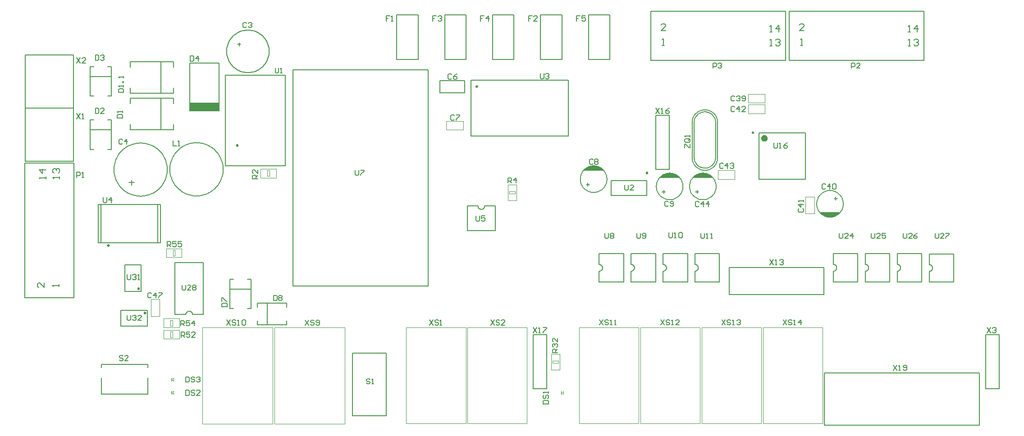
<source format=gbr>
%FSTAX42Y42*%
%MOMM*%
%SFA1B1*%

%IPPOS*%
%ADD32C,0.250000*%
%ADD34C,0.599999*%
%ADD41C,0.250000*%
%ADD66C,0.180000*%
%ADD67C,0.200000*%
%ADD68C,0.100000*%
%ADD69C,0.200000*%
%ADD70R,5.499989X1.499997*%
%ADD112C,0.127000*%
%LNpcb_monitoring_io-1*%
%LPD*%
G54D32*
X001789Y001299D02*
D01*
X001789Y0013*
X001789Y001301*
X001789Y001302*
X001789Y001303*
X001789Y001304*
X001788Y001304*
X001788Y001305*
X001788Y001306*
X001787Y001307*
X001787Y001307*
X001786Y001308*
X001786Y001308*
X001785Y001309*
X001784Y001309*
X001783Y00131*
X001783Y00131*
X001782Y001311*
X001781Y001311*
X00178Y001311*
X00178Y001311*
X001779Y001311*
X001778Y001311*
X001777*
X001776Y001311*
X001775Y001311*
X001775Y001311*
X001774Y001311*
X001773Y001311*
X001772Y00131*
X001771Y00131*
X001771Y001309*
X00177Y001309*
X001769Y001308*
X001769Y001308*
X001768Y001307*
X001768Y001307*
X001767Y001306*
X001767Y001305*
X001767Y001304*
X001766Y001304*
X001766Y001303*
X001766Y001302*
X001766Y001301*
X001766Y0013*
X001765Y001299*
X001766Y001299*
X001766Y001298*
X001766Y001297*
X001766Y001296*
X001766Y001295*
X001767Y001295*
X001767Y001294*
X001767Y001293*
X001768Y001292*
X001768Y001292*
X001769Y001291*
X001769Y001291*
X00177Y00129*
X001771Y00129*
X001771Y001289*
X001772Y001289*
X001773Y001288*
X001774Y001288*
X001775Y001288*
X001775Y001288*
X001776Y001288*
X001777Y001288*
X001778*
X001779Y001288*
X00178Y001288*
X00178Y001288*
X001781Y001288*
X001782Y001288*
X001783Y001289*
X001783Y001289*
X001784Y00129*
X001785Y00129*
X001786Y001291*
X001786Y001291*
X001787Y001292*
X001787Y001292*
X001788Y001293*
X001788Y001294*
X001788Y001295*
X001789Y001295*
X001789Y001296*
X001789Y001297*
X001789Y001298*
X001789Y001299*
X001789Y001299*
X001669Y001757D02*
D01*
X001669Y001758*
X001669Y001759*
X001669Y00176*
X001669Y001761*
X001669Y001762*
X001668Y001762*
X001668Y001763*
X001668Y001764*
X001667Y001765*
X001667Y001765*
X001666Y001766*
X001666Y001766*
X001665Y001767*
X001664Y001767*
X001663Y001768*
X001663Y001768*
X001662Y001769*
X001661Y001769*
X00166Y001769*
X00166Y001769*
X001659Y001769*
X001658Y001769*
X001657*
X001656Y001769*
X001655Y001769*
X001655Y001769*
X001654Y001769*
X001653Y001769*
X001652Y001768*
X001651Y001768*
X001651Y001767*
X00165Y001767*
X001649Y001766*
X001649Y001766*
X001648Y001765*
X001648Y001765*
X001647Y001764*
X001647Y001763*
X001647Y001762*
X001646Y001762*
X001646Y001761*
X001646Y00176*
X001646Y001759*
X001646Y001758*
X001645Y001757*
X001646Y001757*
X001646Y001756*
X001646Y001755*
X001646Y001754*
X001646Y001753*
X001647Y001753*
X001647Y001752*
X001647Y001751*
X001648Y00175*
X001648Y00175*
X001649Y001749*
X001649Y001749*
X00165Y001748*
X001651Y001748*
X001651Y001747*
X001652Y001747*
X001653Y001746*
X001654Y001746*
X001655Y001746*
X001655Y001746*
X001656Y001746*
X001657Y001746*
X001658*
X001659Y001746*
X00166Y001746*
X00166Y001746*
X001661Y001746*
X001662Y001746*
X001663Y001747*
X001663Y001747*
X001664Y001748*
X001665Y001748*
X001666Y001749*
X001666Y001749*
X001667Y00175*
X001667Y00175*
X001668Y001751*
X001668Y001752*
X001668Y001753*
X001669Y001753*
X001669Y001754*
X001669Y001755*
X001669Y001756*
X001669Y001757*
X001669Y001757*
X013209Y004691D02*
D01*
X013209Y004692*
X013209Y004693*
X013209Y004694*
X013209Y004695*
X013209Y004696*
X013208Y004696*
X013208Y004697*
X013208Y004698*
X013207Y004699*
X013207Y004699*
X013206Y0047*
X013206Y0047*
X013205Y004701*
X013204Y004701*
X013203Y004702*
X013203Y004702*
X013202Y004703*
X013201Y004703*
X0132Y004703*
X0132Y004703*
X013199Y004703*
X013198Y004703*
X013197*
X013196Y004703*
X013195Y004703*
X013195Y004703*
X013194Y004703*
X013193Y004703*
X013192Y004702*
X013191Y004702*
X013191Y004701*
X01319Y004701*
X013189Y0047*
X013189Y0047*
X013188Y004699*
X013188Y004699*
X013187Y004698*
X013187Y004697*
X013187Y004696*
X013186Y004696*
X013186Y004695*
X013186Y004694*
X013186Y004693*
X013186Y004692*
X013185Y004691*
X013186Y004691*
X013186Y00469*
X013186Y004689*
X013186Y004688*
X013186Y004687*
X013187Y004687*
X013187Y004686*
X013187Y004685*
X013188Y004684*
X013188Y004684*
X013189Y004683*
X013189Y004683*
X01319Y004682*
X013191Y004682*
X013191Y004681*
X013192Y004681*
X013193Y00468*
X013194Y00468*
X013195Y00468*
X013195Y00468*
X013196Y00468*
X013197Y00468*
X013198*
X013199Y00468*
X0132Y00468*
X0132Y00468*
X013201Y00468*
X013202Y00468*
X013203Y004681*
X013203Y004681*
X013204Y004682*
X013205Y004682*
X013206Y004683*
X013206Y004683*
X013207Y004684*
X013207Y004684*
X013208Y004685*
X013208Y004686*
X013208Y004687*
X013209Y004687*
X013209Y004688*
X013209Y004689*
X013209Y00469*
X013209Y004691*
X013209Y004691*
X003524Y004449D02*
D01*
X003524Y00445*
X003524Y004451*
X003524Y004452*
X003524Y004453*
X003524Y004454*
X003523Y004454*
X003523Y004455*
X003523Y004456*
X003522Y004457*
X003522Y004457*
X003521Y004458*
X003521Y004458*
X00352Y004459*
X003519Y004459*
X003518Y00446*
X003518Y00446*
X003517Y004461*
X003516Y004461*
X003515Y004461*
X003515Y004461*
X003514Y004461*
X003513Y004461*
X003512*
X003511Y004461*
X00351Y004461*
X00351Y004461*
X003509Y004461*
X003508Y004461*
X003507Y00446*
X003506Y00446*
X003506Y004459*
X003505Y004459*
X003504Y004458*
X003504Y004458*
X003503Y004457*
X003503Y004457*
X003502Y004456*
X003502Y004455*
X003502Y004454*
X003501Y004454*
X003501Y004453*
X003501Y004452*
X003501Y004451*
X003501Y00445*
X0035Y004449*
X003501Y004449*
X003501Y004448*
X003501Y004447*
X003501Y004446*
X003501Y004445*
X003502Y004445*
X003502Y004444*
X003502Y004443*
X003503Y004442*
X003503Y004442*
X003504Y004441*
X003504Y004441*
X003505Y00444*
X003506Y00444*
X003506Y004439*
X003507Y004439*
X003508Y004438*
X003509Y004438*
X00351Y004438*
X00351Y004438*
X003511Y004438*
X003512Y004438*
X003513*
X003514Y004438*
X003515Y004438*
X003515Y004438*
X003516Y004438*
X003517Y004438*
X003518Y004439*
X003518Y004439*
X003519Y00444*
X00352Y00444*
X003521Y004441*
X003521Y004441*
X003522Y004442*
X003522Y004442*
X003523Y004443*
X003523Y004444*
X003523Y004445*
X003524Y004445*
X003524Y004446*
X003524Y004447*
X003524Y004448*
X003524Y004449*
X003524Y004449*
X011219Y003937D02*
D01*
X011219Y003938*
X011219Y003939*
X011219Y00394*
X011219Y003941*
X011219Y003942*
X011218Y003942*
X011218Y003943*
X011218Y003944*
X011217Y003945*
X011217Y003945*
X011216Y003946*
X011216Y003946*
X011215Y003947*
X011214Y003947*
X011213Y003948*
X011213Y003948*
X011212Y003949*
X011211Y003949*
X01121Y003949*
X01121Y003949*
X011209Y003949*
X011208Y003949*
X011207*
X011206Y003949*
X011205Y003949*
X011205Y003949*
X011204Y003949*
X011203Y003949*
X011202Y003948*
X011201Y003948*
X011201Y003947*
X0112Y003947*
X011199Y003946*
X011199Y003946*
X011198Y003945*
X011198Y003945*
X011197Y003944*
X011197Y003943*
X011197Y003942*
X011196Y003942*
X011196Y003941*
X011196Y00394*
X011196Y003939*
X011196Y003938*
X011195Y003937*
X011196Y003937*
X011196Y003936*
X011196Y003935*
X011196Y003934*
X011196Y003933*
X011197Y003933*
X011197Y003932*
X011197Y003931*
X011198Y00393*
X011198Y00393*
X011199Y003929*
X011199Y003929*
X0112Y003928*
X011201Y003928*
X011201Y003927*
X011202Y003927*
X011203Y003926*
X011204Y003926*
X011205Y003926*
X011205Y003926*
X011206Y003926*
X011207Y003926*
X011208*
X011209Y003926*
X01121Y003926*
X01121Y003926*
X011211Y003926*
X011212Y003926*
X011213Y003927*
X011213Y003927*
X011214Y003928*
X011215Y003928*
X011216Y003929*
X011216Y003929*
X011217Y00393*
X011217Y00393*
X011218Y003931*
X011218Y003932*
X011218Y003933*
X011219Y003933*
X011219Y003934*
X011219Y003935*
X011219Y003936*
X011219Y003937*
X011219Y003937*
X00802Y005557D02*
D01*
X00802Y005558*
X00802Y005559*
X00802Y00556*
X00802Y005561*
X00802Y005562*
X008019Y005562*
X008019Y005563*
X008019Y005564*
X008018Y005565*
X008018Y005565*
X008017Y005566*
X008017Y005566*
X008016Y005567*
X008015Y005567*
X008014Y005568*
X008014Y005568*
X008013Y005569*
X008012Y005569*
X008011Y005569*
X008011Y005569*
X00801Y005569*
X008009Y005569*
X008008*
X008007Y005569*
X008006Y005569*
X008006Y005569*
X008005Y005569*
X008004Y005569*
X008003Y005568*
X008002Y005568*
X008002Y005567*
X008001Y005567*
X008Y005566*
X008Y005566*
X007999Y005565*
X007999Y005565*
X007998Y005564*
X007998Y005563*
X007998Y005562*
X007997Y005562*
X007997Y005561*
X007997Y00556*
X007997Y005559*
X007997Y005558*
X007996Y005557*
X007997Y005557*
X007997Y005556*
X007997Y005555*
X007997Y005554*
X007997Y005553*
X007998Y005553*
X007998Y005552*
X007998Y005551*
X007999Y00555*
X007999Y00555*
X008Y005549*
X008Y005549*
X008001Y005548*
X008002Y005548*
X008002Y005547*
X008003Y005547*
X008004Y005546*
X008005Y005546*
X008006Y005546*
X008006Y005546*
X008007Y005546*
X008008Y005546*
X008009*
X00801Y005546*
X008011Y005546*
X008011Y005546*
X008012Y005546*
X008013Y005546*
X008014Y005547*
X008014Y005547*
X008015Y005548*
X008016Y005548*
X008017Y005549*
X008017Y005549*
X008018Y00555*
X008018Y00555*
X008019Y005551*
X008019Y005552*
X008019Y005553*
X00802Y005553*
X00802Y005554*
X00802Y005555*
X00802Y005556*
X00802Y005557*
X00802Y005557*
G54D34*
X013444Y004584D02*
D01*
X013444Y004587*
X013444Y004589*
X013444Y004591*
X013443Y004593*
X013443Y004595*
X013442Y004597*
X013441Y004599*
X01344Y0046*
X013439Y004602*
X013437Y004604*
X013436Y004605*
X013435Y004607*
X013433Y004608*
X013431Y004609*
X013429Y00461*
X013428Y004611*
X013426Y004612*
X013424Y004613*
X013422Y004614*
X01342Y004614*
X013418Y004614*
X013416Y004614*
X013413*
X013411Y004614*
X013409Y004614*
X013407Y004614*
X013405Y004613*
X013403Y004612*
X013401Y004611*
X013399Y00461*
X013398Y004609*
X013396Y004608*
X013394Y004607*
X013393Y004605*
X013392Y004604*
X01339Y004602*
X013389Y0046*
X013388Y004599*
X013387Y004597*
X013386Y004595*
X013386Y004593*
X013385Y004591*
X013385Y004589*
X013385Y004587*
X013384Y004584*
X013385Y004582*
X013385Y00458*
X013385Y004578*
X013386Y004576*
X013386Y004574*
X013387Y004572*
X013388Y00457*
X013389Y004569*
X01339Y004567*
X013392Y004565*
X013393Y004564*
X013394Y004562*
X013396Y004561*
X013398Y00456*
X013399Y004559*
X013401Y004558*
X013403Y004557*
X013405Y004556*
X013407Y004555*
X013409Y004555*
X013411Y004555*
X013413Y004555*
X013416*
X013418Y004555*
X01342Y004555*
X013422Y004555*
X013424Y004556*
X013426Y004557*
X013428Y004558*
X013429Y004559*
X013431Y00456*
X013433Y004561*
X013435Y004562*
X013436Y004564*
X013437Y004565*
X013439Y004567*
X01344Y004569*
X013441Y00457*
X013442Y004572*
X013443Y004574*
X013443Y004576*
X013444Y004578*
X013444Y00458*
X013444Y004582*
X013444Y004584*
G54D41*
X001102Y002569D02*
D01*
X001102Y00257*
X001102Y002571*
X001102Y002572*
X001102Y002573*
X001102Y002574*
X001101Y002575*
X001101Y002576*
X001101Y002576*
X0011Y002577*
X001099Y002578*
X001099Y002579*
X001098Y002579*
X001098Y00258*
X001097Y00258*
X001096Y002581*
X001095Y002581*
X001094Y002582*
X001094Y002582*
X001093Y002582*
X001092Y002582*
X001091Y002582*
X00109Y002582*
X001089*
X001088Y002582*
X001087Y002582*
X001086Y002582*
X001085Y002582*
X001085Y002582*
X001084Y002581*
X001083Y002581*
X001082Y00258*
X001081Y00258*
X001081Y002579*
X00108Y002579*
X00108Y002578*
X001079Y002577*
X001078Y002576*
X001078Y002576*
X001078Y002575*
X001077Y002574*
X001077Y002573*
X001077Y002572*
X001077Y002571*
X001077Y00257*
X001076Y002569*
X001077Y002569*
X001077Y002568*
X001077Y002567*
X001077Y002566*
X001077Y002565*
X001078Y002564*
X001078Y002563*
X001078Y002563*
X001079Y002562*
X00108Y002561*
X00108Y00256*
X001081Y00256*
X001081Y002559*
X001082Y002559*
X001083Y002558*
X001084Y002558*
X001085Y002557*
X001085Y002557*
X001086Y002557*
X001087Y002557*
X001088Y002557*
X001089Y002557*
X00109*
X001091Y002557*
X001092Y002557*
X001093Y002557*
X001094Y002557*
X001094Y002557*
X001095Y002558*
X001096Y002558*
X001097Y002559*
X001098Y002559*
X001098Y00256*
X001099Y00256*
X001099Y002561*
X0011Y002562*
X001101Y002563*
X001101Y002563*
X001101Y002564*
X001102Y002565*
X001102Y002566*
X001102Y002567*
X001102Y002568*
X001102Y002569*
X001102Y002569*
G54D66*
X012502Y004875D02*
D01*
X012502Y00489*
X012501Y004904*
X012498Y004918*
X012495Y004931*
X012491Y004945*
X012485Y004958*
X012479Y004971*
X012472Y004983*
X012464Y004995*
X012456Y005006*
X012446Y005017*
X012436Y005027*
X012425Y005036*
X012414Y005044*
X012402Y005052*
X012389Y005059*
X012376Y005064*
X012363Y005069*
X01235Y005073*
X012336Y005076*
X012322Y005078*
X012308Y005079*
X012293Y005079*
X012279Y005078*
X012265Y005077*
X012251Y005074*
X012238Y00507*
X012224Y005065*
X012211Y005059*
X012199Y005053*
X012187Y005045*
X012175Y005037*
X012164Y005028*
X012154Y005018*
X012145Y005008*
X012136Y004997*
X012128Y004985*
X012121Y004973*
X012114Y00496*
X012109Y004947*
X012105Y004933*
X012101Y00492*
X012099Y004906*
X012097Y004892*
X012096Y004877*
Y004225D02*
D01*
X012097Y004211*
X012098Y004197*
X012101Y004183*
X012104Y00417*
X012108Y004156*
X012114Y004143*
X01212Y00413*
X012127Y004118*
X012135Y004106*
X012143Y004095*
X012153Y004084*
X012163Y004074*
X012174Y004065*
X012185Y004057*
X012197Y004049*
X01221Y004042*
X012223Y004037*
X012236Y004032*
X012249Y004028*
X012263Y004025*
X012277Y004023*
X012291Y004022*
X012306Y004022*
X01232Y004023*
X012334Y004024*
X012348Y004027*
X012361Y004031*
X012375Y004036*
X012388Y004042*
X0124Y004048*
X012412Y004056*
X012424Y004064*
X012435Y004073*
X012445Y004083*
X012454Y004093*
X012463Y004104*
X012471Y004116*
X012478Y004128*
X012485Y004141*
X01249Y004154*
X012494Y004168*
X012498Y004181*
X0125Y004195*
X012502Y004209*
X012502Y004223*
Y004224*
X012538Y004879D02*
D01*
X012538Y004896*
X012536Y004913*
X012533Y004929*
X012529Y004945*
X012524Y004961*
X012518Y004977*
X012511Y004992*
X012502Y005006*
X012493Y00502*
X012483Y005033*
X012471Y005046*
X012459Y005057*
X012447Y005068*
X012433Y005078*
X012419Y005086*
X012404Y005094*
X012389Y005101*
X012373Y005107*
X012357Y005111*
X012341Y005115*
X012324Y005117*
X012308Y005118*
X012291*
X012275Y005117*
X012258Y005115*
X012242Y005111*
X012226Y005107*
X01221Y005101*
X012195Y005094*
X01218Y005086*
X012166Y005078*
X012152Y005068*
X01214Y005057*
X012128Y005046*
X012116Y005033*
X012106Y00502*
X012097Y005006*
X012088Y004992*
X012081Y004977*
X012075Y004961*
X01207Y004945*
X012066Y004929*
X012063Y004913*
X012061Y004896*
X01206Y004879*
Y004219D02*
D01*
X012061Y004203*
X012063Y004186*
X012066Y00417*
X01207Y004154*
X012075Y004138*
X012081Y004122*
X012088Y004107*
X012097Y004093*
X012106Y004079*
X012116Y004066*
X012128Y004053*
X01214Y004042*
X012152Y004031*
X012166Y004021*
X01218Y004013*
X012195Y004005*
X01221Y003998*
X012226Y003992*
X012242Y003988*
X012258Y003984*
X012275Y003982*
X012291Y003981*
X012308*
X012324Y003982*
X012341Y003984*
X012357Y003988*
X012373Y003992*
X012389Y003998*
X012404Y004005*
X012419Y004013*
X012433Y004021*
X012447Y004031*
X012459Y004042*
X012471Y004053*
X012483Y004066*
X012493Y004079*
X012502Y004093*
X012511Y004107*
X012518Y004122*
X012524Y004138*
X012529Y004154*
X012533Y00417*
X012536Y004186*
X012538Y004203*
X012538Y004219*
X012502Y004224D02*
Y004875D01*
X012096Y004225D02*
Y004877D01*
X012538Y004219D02*
Y004878D01*
X01206Y004219D02*
Y004878D01*
G54D67*
X002673Y00127D02*
D01*
X002673Y001274*
X002673Y001278*
X002672Y001283*
X002671Y001287*
X00267Y001291*
X002668Y001295*
X002666Y001299*
X002664Y001303*
X002661Y001307*
X002659Y00131*
X002656Y001313*
X002653Y001316*
X002649Y001319*
X002646Y001322*
X002642Y001324*
X002638Y001326*
X002634Y001328*
X00263Y001329*
X002626Y001331*
X002621Y001332*
X002617Y001332*
X002613Y001332*
X002608*
X002604Y001332*
X0026Y001332*
X002595Y001331*
X002591Y001329*
X002587Y001328*
X002583Y001326*
X002579Y001324*
X002575Y001322*
X002572Y001319*
X002568Y001316*
X002565Y001313*
X002562Y00131*
X00256Y001307*
X002557Y001303*
X002555Y001299*
X002553Y001295*
X002551Y001291*
X00255Y001287*
X002549Y001283*
X002548Y001278*
X002548Y001274*
X002546Y00127*
X016514Y002081D02*
D01*
X016519Y002082*
X016523Y002082*
X016528Y002083*
X016532Y002084*
X016536Y002085*
X01654Y002087*
X016544Y002089*
X016548Y002091*
X016552Y002094*
X016555Y002096*
X016558Y002099*
X016561Y002102*
X016564Y002106*
X016567Y002109*
X016569Y002113*
X016571Y002117*
X016573Y002121*
X016574Y002125*
X016576Y002129*
X016577Y002134*
X016577Y002138*
X016577Y002142*
Y002147*
X016577Y002151*
X016577Y002155*
X016576Y00216*
X016574Y002164*
X016573Y002168*
X016571Y002172*
X016569Y002176*
X016567Y00218*
X016564Y002183*
X016561Y002187*
X016558Y00219*
X016555Y002193*
X016552Y002195*
X016548Y002198*
X016544Y0022*
X01654Y002202*
X016536Y002204*
X016532Y002205*
X016528Y002206*
X016523Y002207*
X016519Y002207*
X016514Y002208*
X015913Y002085D02*
D01*
X015918Y002086*
X015922Y002086*
X015927Y002087*
X015931Y002088*
X015935Y002089*
X015939Y002091*
X015943Y002093*
X015947Y002095*
X015951Y002098*
X015954Y0021*
X015957Y002103*
X01596Y002106*
X015963Y00211*
X015966Y002113*
X015968Y002117*
X01597Y002121*
X015972Y002125*
X015973Y002129*
X015975Y002133*
X015976Y002138*
X015976Y002142*
X015976Y002146*
Y002151*
X015976Y002155*
X015976Y002159*
X015975Y002164*
X015973Y002168*
X015972Y002172*
X01597Y002176*
X015968Y00218*
X015966Y002184*
X015963Y002187*
X01596Y002191*
X015957Y002194*
X015954Y002197*
X015951Y002199*
X015947Y002202*
X015943Y002204*
X015939Y002206*
X015935Y002208*
X015931Y002209*
X015927Y00221*
X015922Y002211*
X015918Y002211*
X015913Y002212*
X015313Y002085D02*
D01*
X015318Y002086*
X015322Y002086*
X015327Y002087*
X015331Y002088*
X015335Y002089*
X015339Y002091*
X015343Y002093*
X015347Y002095*
X015351Y002098*
X015354Y0021*
X015357Y002103*
X01536Y002106*
X015363Y00211*
X015366Y002113*
X015368Y002117*
X01537Y002121*
X015372Y002125*
X015373Y002129*
X015375Y002133*
X015376Y002138*
X015376Y002142*
X015376Y002146*
Y002151*
X015376Y002155*
X015376Y002159*
X015375Y002164*
X015373Y002168*
X015372Y002172*
X01537Y002176*
X015368Y00218*
X015366Y002184*
X015363Y002187*
X01536Y002191*
X015357Y002194*
X015354Y002197*
X015351Y002199*
X015347Y002202*
X015343Y002204*
X015339Y002206*
X015335Y002208*
X015331Y002209*
X015327Y00221*
X015322Y002211*
X015318Y002211*
X015313Y002212*
X014713Y002085D02*
D01*
X014718Y002086*
X014722Y002086*
X014727Y002087*
X014731Y002088*
X014735Y002089*
X014739Y002091*
X014743Y002093*
X014747Y002095*
X014751Y002098*
X014754Y0021*
X014757Y002103*
X01476Y002106*
X014763Y00211*
X014766Y002113*
X014768Y002117*
X01477Y002121*
X014772Y002125*
X014773Y002129*
X014775Y002133*
X014776Y002138*
X014776Y002142*
X014776Y002146*
Y002151*
X014776Y002155*
X014776Y002159*
X014775Y002164*
X014773Y002168*
X014772Y002172*
X01477Y002176*
X014768Y00218*
X014766Y002184*
X014763Y002187*
X01476Y002191*
X014757Y002194*
X014754Y002197*
X014751Y002199*
X014747Y002202*
X014743Y002204*
X014739Y002206*
X014735Y002208*
X014731Y002209*
X014727Y00221*
X014722Y002211*
X014718Y002211*
X014713Y002212*
X012113Y002086D02*
D01*
X012118Y002087*
X012122Y002087*
X012127Y002088*
X012131Y002089*
X012135Y00209*
X012139Y002092*
X012143Y002094*
X012147Y002096*
X012151Y002099*
X012154Y002101*
X012157Y002104*
X01216Y002107*
X012163Y002111*
X012166Y002114*
X012168Y002118*
X01217Y002122*
X012172Y002126*
X012173Y00213*
X012175Y002134*
X012176Y002139*
X012176Y002143*
X012176Y002147*
Y002152*
X012176Y002156*
X012176Y00216*
X012175Y002165*
X012173Y002169*
X012172Y002173*
X01217Y002177*
X012168Y002181*
X012166Y002185*
X012163Y002188*
X01216Y002192*
X012157Y002195*
X012154Y002198*
X012151Y0022*
X012147Y002203*
X012143Y002205*
X012139Y002207*
X012135Y002209*
X012131Y00221*
X012127Y002211*
X012122Y002212*
X012118Y002212*
X012113Y002213*
X011513Y002085D02*
D01*
X011518Y002086*
X011522Y002086*
X011527Y002087*
X011531Y002088*
X011535Y002089*
X011539Y002091*
X011543Y002093*
X011547Y002095*
X011551Y002098*
X011554Y0021*
X011557Y002103*
X01156Y002106*
X011563Y00211*
X011566Y002113*
X011568Y002117*
X01157Y002121*
X011572Y002125*
X011573Y002129*
X011575Y002133*
X011576Y002138*
X011576Y002142*
X011576Y002146*
Y002151*
X011576Y002155*
X011576Y002159*
X011575Y002164*
X011573Y002168*
X011572Y002172*
X01157Y002176*
X011568Y00218*
X011566Y002184*
X011563Y002187*
X01156Y002191*
X011557Y002194*
X011554Y002197*
X011551Y002199*
X011547Y002202*
X011543Y002204*
X011539Y002206*
X011535Y002208*
X011531Y002209*
X011527Y00221*
X011522Y002211*
X011518Y002211*
X011513Y002213*
X010913Y002085D02*
D01*
X010918Y002086*
X010922Y002086*
X010927Y002087*
X010931Y002088*
X010935Y002089*
X010939Y002091*
X010943Y002093*
X010947Y002095*
X010951Y002098*
X010954Y0021*
X010957Y002103*
X01096Y002106*
X010963Y00211*
X010966Y002113*
X010968Y002117*
X01097Y002121*
X010972Y002125*
X010973Y002129*
X010975Y002133*
X010976Y002138*
X010976Y002142*
X010976Y002146*
Y002151*
X010976Y002155*
X010976Y002159*
X010975Y002164*
X010973Y002168*
X010972Y002172*
X01097Y002176*
X010968Y00218*
X010966Y002184*
X010963Y002187*
X01096Y002191*
X010957Y002194*
X010954Y002197*
X010951Y002199*
X010947Y002202*
X010943Y002204*
X010939Y002206*
X010935Y002208*
X010931Y002209*
X010927Y00221*
X010922Y002211*
X010918Y002211*
X010913Y002213*
X010313Y002085D02*
D01*
X010318Y002086*
X010322Y002086*
X010327Y002087*
X010331Y002088*
X010335Y002089*
X010339Y002091*
X010343Y002093*
X010347Y002095*
X010351Y002098*
X010354Y0021*
X010357Y002103*
X01036Y002106*
X010363Y00211*
X010366Y002113*
X010368Y002117*
X01037Y002121*
X010372Y002125*
X010373Y002129*
X010375Y002133*
X010376Y002138*
X010376Y002142*
X010376Y002146*
Y002151*
X010376Y002155*
X010376Y002159*
X010375Y002164*
X010373Y002168*
X010372Y002172*
X01037Y002176*
X010368Y00218*
X010366Y002184*
X010363Y002187*
X01036Y002191*
X010357Y002194*
X010354Y002197*
X010351Y002199*
X010347Y002202*
X010343Y002204*
X010339Y002206*
X010335Y002208*
X010331Y002209*
X010327Y00221*
X010322Y002211*
X010318Y002211*
X010313Y002213*
X008036Y00331D02*
D01*
X008037Y003306*
X008037Y003302*
X008038Y003297*
X008039Y003293*
X00804Y003289*
X008042Y003285*
X008044Y003281*
X008046Y003277*
X008049Y003273*
X008051Y00327*
X008054Y003267*
X008057Y003264*
X008061Y003261*
X008064Y003258*
X008068Y003256*
X008072Y003254*
X008076Y003252*
X00808Y003251*
X008084Y003249*
X008089Y003248*
X008093Y003248*
X008097Y003248*
X008102*
X008106Y003248*
X00811Y003248*
X008115Y003249*
X008119Y003251*
X008123Y003252*
X008127Y003254*
X008131Y003256*
X008135Y003258*
X008138Y003261*
X008142Y003264*
X008145Y003267*
X008148Y00327*
X00815Y003273*
X008153Y003277*
X008155Y003281*
X008157Y003285*
X008159Y003289*
X00816Y003293*
X008161Y003297*
X008162Y003302*
X008162Y003306*
X008163Y00331*
X003249Y003999D02*
D01*
X003248Y004034*
X003245Y004069*
X003239Y004103*
X00323Y004137*
X003219Y004171*
X003206Y004203*
X003191Y004234*
X003174Y004264*
X003154Y004293*
X003133Y004321*
X003109Y004347*
X003084Y004371*
X003057Y004394*
X003029Y004414*
X002999Y004433*
X002969Y004449*
X002937Y004463*
X002904Y004475*
X00287Y004485*
X002836Y004492*
X002802Y004497*
X002767Y004499*
X002732*
X002697Y004497*
X002663Y004492*
X002629Y004485*
X002595Y004475*
X002562Y004463*
X00253Y004449*
X002499Y004433*
X00247Y004414*
X002442Y004394*
X002415Y004371*
X00239Y004347*
X002366Y004321*
X002345Y004293*
X002325Y004264*
X002308Y004234*
X002293Y004203*
X00228Y004171*
X002269Y004137*
X00226Y004103*
X002254Y004069*
X002251Y004034*
X002249Y003999*
X002251Y003965*
X002254Y00393*
X00226Y003896*
X002269Y003862*
X00228Y003828*
X002293Y003796*
X002308Y003765*
X002325Y003735*
X002345Y003706*
X002366Y003678*
X00239Y003652*
X002415Y003628*
X002442Y003605*
X00247Y003585*
X002499Y003566*
X00253Y00355*
X002562Y003536*
X002595Y003524*
X002629Y003514*
X002663Y003507*
X002697Y003502*
X002732Y0035*
X002767*
X002802Y003502*
X002836Y003507*
X00287Y003514*
X002904Y003524*
X002937Y003536*
X002969Y00355*
X002999Y003566*
X003029Y003585*
X003057Y003605*
X003084Y003628*
X003109Y003652*
X003133Y003678*
X003154Y003706*
X003174Y003735*
X003191Y003765*
X003206Y003796*
X003219Y003828*
X00323Y003862*
X003239Y003896*
X003245Y00393*
X003248Y003965*
X003249Y003999*
X012511Y003677D02*
D01*
X012511Y003695*
X012509Y003712*
X012506Y003729*
X012502Y003746*
X012496Y003763*
X01249Y003779*
X012482Y003795*
X012474Y00381*
X012464Y003824*
X012453Y003838*
X012441Y003851*
X012429Y003863*
X012415Y003875*
X012401Y003885*
X012386Y003894*
X012371Y003902*
X012355Y003909*
X012339Y003915*
X012322Y00392*
X012305Y003924*
X012288Y003926*
X01227Y003927*
X012253*
X012235Y003926*
X012218Y003924*
X012201Y00392*
X012184Y003915*
X012168Y003909*
X012152Y003902*
X012136Y003894*
X012122Y003885*
X012108Y003875*
X012094Y003863*
X012082Y003851*
X01207Y003838*
X012059Y003824*
X012049Y00381*
X012041Y003795*
X012033Y003779*
X012027Y003763*
X012021Y003746*
X012017Y003729*
X012014Y003712*
X012012Y003695*
X012011Y003677*
X012012Y00366*
X012014Y003643*
X012017Y003626*
X012021Y003609*
X012027Y003592*
X012033Y003576*
X012041Y00356*
X012049Y003545*
X012059Y003531*
X01207Y003517*
X012082Y003504*
X012094Y003492*
X012108Y00348*
X012122Y00347*
X012136Y003461*
X012152Y003453*
X012168Y003446*
X012184Y00344*
X012201Y003435*
X012218Y003431*
X012235Y003429*
X012253Y003428*
X01227*
X012288Y003429*
X012305Y003431*
X012322Y003435*
X012339Y00344*
X012355Y003446*
X012371Y003453*
X012386Y003461*
X012401Y00347*
X012415Y00348*
X012429Y003492*
X012441Y003504*
X012453Y003517*
X012464Y003531*
X012474Y003545*
X012482Y00356*
X01249Y003576*
X012496Y003592*
X012502Y003609*
X012506Y003626*
X012509Y003643*
X012511Y00366*
X012511Y003677*
X001699Y004494D02*
D01*
X001665Y004493*
X00163Y00449*
X001596Y004484*
X001562Y004475*
X001528Y004464*
X001496Y004451*
X001465Y004436*
X001435Y004419*
X001406Y004399*
X001378Y004378*
X001352Y004354*
X001328Y004329*
X001305Y004302*
X001285Y004274*
X001266Y004244*
X00125Y004214*
X001236Y004182*
X001224Y004149*
X001214Y004115*
X001207Y004081*
X001202Y004047*
X0012Y004012*
Y003977*
X001202Y003942*
X001207Y003908*
X001214Y003874*
X001224Y00384*
X001236Y003807*
X00125Y003775*
X001266Y003744*
X001285Y003715*
X001305Y003687*
X001328Y00366*
X001352Y003635*
X001378Y003611*
X001406Y00359*
X001435Y00357*
X001465Y003553*
X001496Y003538*
X001528Y003525*
X001562Y003514*
X001596Y003505*
X00163Y003499*
X001665Y003496*
X001699Y003494*
X001734Y003496*
X001769Y003499*
X001803Y003505*
X001837Y003514*
X001871Y003525*
X001903Y003538*
X001934Y003553*
X001964Y00357*
X001993Y00359*
X002021Y003611*
X002047Y003635*
X002071Y00366*
X002094Y003687*
X002114Y003715*
X002133Y003744*
X002149Y003775*
X002163Y003807*
X002175Y00384*
X002185Y003874*
X002192Y003908*
X002197Y003942*
X002199Y003977*
Y004012*
X002197Y004047*
X002192Y004081*
X002185Y004115*
X002175Y004149*
X002163Y004182*
X002149Y004214*
X002133Y004244*
X002114Y004274*
X002094Y004302*
X002071Y004329*
X002047Y004354*
X002021Y004378*
X001993Y004399*
X001964Y004419*
X001934Y004436*
X001903Y004451*
X001871Y004464*
X001837Y004475*
X001803Y004484*
X001769Y00449*
X001734Y004493*
X001699Y004494*
X004114Y006216D02*
D01*
X004114Y006244*
X004111Y006272*
X004106Y0063*
X004099Y006327*
X00409Y006353*
X00408Y006379*
X004068Y006404*
X004054Y006428*
X004038Y006452*
X004021Y006474*
X004002Y006494*
X003982Y006514*
X003961Y006532*
X003938Y006548*
X003914Y006563*
X00389Y006576*
X003864Y006587*
X003838Y006597*
X003811Y006605*
X003784Y00661*
X003756Y006614*
X003728Y006616*
X003701*
X003673Y006614*
X003645Y00661*
X003618Y006605*
X003591Y006597*
X003565Y006587*
X003539Y006576*
X003514Y006563*
X003491Y006548*
X003468Y006532*
X003447Y006514*
X003427Y006494*
X003408Y006474*
X003391Y006452*
X003375Y006428*
X003361Y006404*
X003349Y006379*
X003339Y006353*
X00333Y006327*
X003323Y0063*
X003318Y006272*
X003315Y006244*
X003314Y006216*
X003315Y006189*
X003318Y006161*
X003323Y006133*
X00333Y006106*
X003339Y00608*
X003349Y006054*
X003361Y006029*
X003375Y006005*
X003391Y005981*
X003408Y005959*
X003427Y005939*
X003447Y005919*
X003468Y005901*
X003491Y005885*
X003514Y00587*
X003539Y005857*
X003565Y005846*
X003591Y005836*
X003618Y005828*
X003645Y005823*
X003673Y005819*
X003701Y005817*
X003728*
X003756Y005819*
X003784Y005823*
X003811Y005828*
X003838Y005836*
X003864Y005846*
X00389Y005857*
X003914Y00587*
X003938Y005885*
X003961Y005901*
X003982Y005919*
X004002Y005939*
X004021Y005959*
X004038Y005981*
X004054Y006005*
X004068Y006029*
X00408Y006054*
X00409Y00608*
X004099Y006106*
X004106Y006133*
X004111Y006161*
X004114Y006189*
X004114Y006216*
X011887Y003677D02*
D01*
X011887Y003695*
X011885Y003712*
X011882Y003729*
X011878Y003746*
X011872Y003763*
X011866Y003779*
X011858Y003795*
X01185Y00381*
X01184Y003824*
X011829Y003838*
X011817Y003851*
X011805Y003863*
X011791Y003875*
X011777Y003885*
X011762Y003894*
X011747Y003902*
X011731Y003909*
X011715Y003915*
X011698Y00392*
X011681Y003924*
X011664Y003926*
X011646Y003927*
X011629*
X011611Y003926*
X011594Y003924*
X011577Y00392*
X01156Y003915*
X011544Y003909*
X011528Y003902*
X011512Y003894*
X011498Y003885*
X011484Y003875*
X01147Y003863*
X011458Y003851*
X011446Y003838*
X011435Y003824*
X011425Y00381*
X011417Y003795*
X011409Y003779*
X011403Y003763*
X011397Y003746*
X011393Y003729*
X01139Y003712*
X011388Y003695*
X011387Y003677*
X011388Y00366*
X01139Y003643*
X011393Y003626*
X011397Y003609*
X011403Y003592*
X011409Y003576*
X011417Y00356*
X011425Y003545*
X011435Y003531*
X011446Y003517*
X011458Y003504*
X01147Y003492*
X011484Y00348*
X011498Y00347*
X011512Y003461*
X011528Y003453*
X011544Y003446*
X01156Y00344*
X011577Y003435*
X011594Y003431*
X011611Y003429*
X011629Y003428*
X011646*
X011664Y003429*
X011681Y003431*
X011698Y003435*
X011715Y00344*
X011731Y003446*
X011747Y003453*
X011762Y003461*
X011777Y00347*
X011791Y00348*
X011805Y003492*
X011817Y003504*
X011829Y003517*
X01184Y003531*
X01185Y003545*
X011858Y00356*
X011866Y003576*
X011872Y003592*
X011878Y003609*
X011882Y003626*
X011885Y003643*
X011887Y00366*
X011887Y003677*
X010459Y003814D02*
D01*
X010459Y003832*
X010457Y003849*
X010454Y003866*
X01045Y003883*
X010444Y0039*
X010438Y003916*
X01043Y003932*
X010422Y003947*
X010412Y003961*
X010401Y003975*
X010389Y003988*
X010377Y004*
X010363Y004012*
X010349Y004022*
X010334Y004031*
X010319Y004039*
X010303Y004046*
X010287Y004052*
X01027Y004057*
X010253Y004061*
X010236Y004063*
X010218Y004064*
X010201*
X010183Y004063*
X010166Y004061*
X010149Y004057*
X010132Y004052*
X010116Y004046*
X0101Y004039*
X010084Y004031*
X01007Y004022*
X010056Y004012*
X010042Y004*
X01003Y003988*
X010018Y003975*
X010007Y003961*
X009997Y003947*
X009989Y003932*
X009981Y003916*
X009975Y0039*
X009969Y003883*
X009965Y003866*
X009962Y003849*
X00996Y003832*
X009959Y003814*
X00996Y003797*
X009962Y00378*
X009965Y003763*
X009969Y003746*
X009975Y003729*
X009981Y003713*
X009989Y003697*
X009997Y003682*
X010007Y003668*
X010018Y003654*
X01003Y003641*
X010042Y003629*
X010056Y003617*
X01007Y003607*
X010084Y003598*
X0101Y00359*
X010116Y003583*
X010132Y003577*
X010149Y003572*
X010166Y003568*
X010183Y003566*
X010201Y003565*
X010218*
X010236Y003566*
X010253Y003568*
X01027Y003572*
X010287Y003577*
X010303Y003583*
X010319Y00359*
X010334Y003598*
X010349Y003607*
X010363Y003617*
X010377Y003629*
X010389Y003641*
X010401Y003654*
X010412Y003668*
X010422Y003682*
X01043Y003697*
X010438Y003713*
X010444Y003729*
X01045Y003746*
X010454Y003763*
X010457Y00378*
X010459Y003797*
X010459Y003814*
X014899Y003349D02*
D01*
X014899Y003367*
X014897Y003384*
X014894Y003401*
X01489Y003418*
X014884Y003435*
X014878Y003451*
X01487Y003467*
X014862Y003482*
X014852Y003496*
X014841Y00351*
X014829Y003523*
X014817Y003535*
X014803Y003547*
X014789Y003557*
X014774Y003566*
X014759Y003574*
X014743Y003581*
X014727Y003587*
X01471Y003592*
X014693Y003596*
X014676Y003598*
X014658Y003599*
X014641*
X014623Y003598*
X014606Y003596*
X014589Y003592*
X014572Y003587*
X014556Y003581*
X01454Y003574*
X014524Y003566*
X01451Y003557*
X014496Y003547*
X014482Y003535*
X01447Y003523*
X014458Y00351*
X014447Y003496*
X014437Y003482*
X014429Y003467*
X014421Y003451*
X014415Y003435*
X014409Y003418*
X014405Y003401*
X014402Y003384*
X0144Y003367*
X014399Y003349*
X0144Y003332*
X014402Y003315*
X014405Y003298*
X014409Y003281*
X014415Y003264*
X014421Y003248*
X014429Y003232*
X014437Y003217*
X014447Y003203*
X014458Y003189*
X01447Y003176*
X014482Y003164*
X014496Y003152*
X01451Y003142*
X014524Y003133*
X01454Y003125*
X014556Y003118*
X014572Y003112*
X014589Y003107*
X014606Y003103*
X014623Y003101*
X014641Y0031*
X014658*
X014676Y003101*
X014693Y003103*
X01471Y003107*
X014727Y003112*
X014743Y003118*
X014759Y003125*
X014774Y003133*
X014789Y003142*
X014803Y003152*
X014817Y003164*
X014829Y003176*
X014841Y003189*
X014852Y003203*
X014862Y003217*
X01487Y003232*
X014878Y003248*
X014884Y003264*
X01489Y003281*
X014894Y003298*
X014897Y003315*
X014899Y003332*
X014899Y003349*
X002619Y005099D02*
Y005999D01*
X003169Y005099D02*
Y005999D01*
X002619D02*
X003169D01*
X002619Y005099D02*
X003169D01*
X010112Y006067D02*
Y006902D01*
Y006067D02*
X010512D01*
Y006902*
X010112D02*
X010512D01*
X001327Y001049D02*
Y001349D01*
X001827Y001049D02*
Y001349D01*
X001327Y001049D02*
X001827D01*
X001327Y001349D02*
X001827D01*
X001407Y002207D02*
X001707D01*
X001407Y001707D02*
X001707D01*
X001407D02*
Y002207D01*
X001707Y001707D02*
Y002207D01*
X002344Y00127D02*
Y002249D01*
X002874Y00127D02*
Y002249D01*
X002344D02*
X002874D01*
X002344Y00127D02*
X002546D01*
X002673D02*
X002874D01*
X016514Y002409D02*
X016975D01*
X016514Y001879D02*
X016975D01*
Y002409D02*
Y001879D01*
X016514Y002208D02*
Y002409D01*
Y002081D02*
Y001879D01*
X015913Y002414D02*
X016374D01*
X015913Y001884D02*
X016374D01*
Y002414D02*
Y001884D01*
X015913Y002212D02*
Y002414D01*
Y001884D02*
Y002085D01*
X015313Y002414D02*
X015774D01*
X015313Y001884D02*
X015774D01*
Y002414*
X015313Y002212D02*
Y002414D01*
Y001884D02*
Y002085D01*
X014713Y002414D02*
X015174D01*
X014713Y001884D02*
X015174D01*
Y002414D02*
Y001884D01*
X014713Y002212D02*
Y002414D01*
Y001884D02*
Y002085D01*
X013314Y003814D02*
X014184D01*
X013314Y004684D02*
X014184D01*
Y003814D02*
Y004684D01*
X013314Y003814D02*
Y004684D01*
X012113Y002414D02*
X012574D01*
X012113Y001884D02*
X012574D01*
Y002414*
X012113Y002213D02*
Y002414D01*
Y002085D02*
Y001884D01*
X011513Y002414D02*
X011974D01*
X011513Y001884D02*
X011974D01*
Y002414D02*
Y001884D01*
X011513Y002213D02*
Y002414D01*
Y001884D02*
Y002085D01*
X010913Y002414D02*
X011374D01*
X010913Y001884D02*
X011374D01*
Y002414*
X010913D02*
Y002213D01*
Y001884D02*
Y002085D01*
X010313Y002414D02*
X010774D01*
X010313Y001884D02*
X010774D01*
Y002414*
X010313Y002213D02*
Y002414D01*
Y001884D02*
Y002085D01*
X004559Y005667D02*
Y005767D01*
Y005867D02*
X007099D01*
Y001807*
X004559D02*
X007099D01*
X004559D02*
Y005867D01*
X008364Y00331D02*
Y002849D01*
X007834D02*
Y00331D01*
Y002849D02*
X008364D01*
X008163Y00331D02*
X008364D01*
X007834D02*
X008035D01*
X000902Y002619D02*
X00207D01*
Y003339D02*
Y002619D01*
X000902Y003339D02*
X00207D01*
X000902Y002619D02*
Y003339D01*
X000952Y002619D02*
Y003339D01*
X002022Y002619D02*
Y003339D01*
X001002Y002619D02*
X001102D01*
X003289Y005766D02*
X004414D01*
Y004069D02*
Y005766D01*
X003289Y004069D02*
Y005766D01*
Y004069D02*
X004414D01*
X001837Y000274D02*
Y000329D01*
Y-000229D02*
Y000074D01*
X000962Y-000229D02*
Y000074D01*
Y000274D02*
Y000329D01*
Y-000229D02*
X001837D01*
X000962Y000329D02*
X001837D01*
X005676Y-00063D02*
Y000545D01*
Y-00063D02*
X006311D01*
Y000545*
X005676D02*
X006311D01*
X008312Y006067D02*
Y006902D01*
Y006067D02*
X008712D01*
Y006902*
X008312D02*
X008712D01*
X007412Y006067D02*
Y006902D01*
Y006067D02*
X007812D01*
Y006902*
X007412D02*
X007812D01*
X009212Y006067D02*
Y006902D01*
Y006067D02*
X009612D01*
Y006902*
X009212D02*
X009612D01*
X006512Y006067D02*
Y006902D01*
Y006067D02*
X006912D01*
Y006902*
X006512D02*
X006912D01*
X004082Y001081D02*
Y001481D01*
X003891D02*
Y001411D01*
Y001081D02*
Y001151D01*
X004446Y001411D02*
Y001481D01*
Y001081D02*
Y001151D01*
X003891Y001481D02*
X004446D01*
X003891Y001081D02*
X004446D01*
X003374Y001744D02*
X003774D01*
X003704Y001934D02*
X003774D01*
X003374D02*
X003444D01*
X003704Y001379D02*
X003774D01*
X003374D02*
X003444D01*
X003774D02*
Y001934D01*
X003374Y001379D02*
Y001934D01*
X000749Y005739D02*
X001149D01*
X001079Y005929D02*
X001149D01*
X000749D02*
X000819D01*
X001079Y005374D02*
X001149D01*
X000749D02*
X000819D01*
X001149D02*
Y005929D01*
X000749Y005374D02*
Y005929D01*
Y004739D02*
X001149D01*
X001079Y004929D02*
X001149D01*
X000749D02*
X000819D01*
X001079Y004374D02*
X001149D01*
X000749D02*
X000819D01*
X001149D02*
Y004929D01*
X000749Y004374D02*
Y004929D01*
X002082Y004744D02*
Y005334D01*
X001506D02*
X002316D01*
X001504Y004744D02*
X002314D01*
X001504D02*
Y004844D01*
X001506Y005234D02*
Y005334D01*
X002316Y005232D02*
Y005334D01*
X002314Y004744D02*
Y004844D01*
X012121Y003577D02*
X012181D01*
X012152Y003607D02*
Y003546D01*
X001479Y003749D02*
X001579D01*
X001529Y003699D02*
Y003799D01*
X003552Y006319D02*
Y006379D01*
X003521Y00635D02*
X003582D01*
X002082Y005429D02*
Y006019D01*
X001506D02*
X002316D01*
X001504Y005429D02*
X002314D01*
X001504D02*
Y005529D01*
X001506Y005919D02*
Y006019D01*
X002316Y005916D02*
Y006019D01*
X002314Y005429D02*
Y005529D01*
X007319Y005434D02*
Y005664D01*
X007784Y005434D02*
Y005664D01*
X007319Y005434D02*
X007784D01*
X007319Y005664D02*
X007784D01*
X010537Y003507D02*
Y003787D01*
X011206Y003507D02*
Y003787D01*
X010537Y003507D02*
X011206D01*
X010537Y003787D02*
X011206D01*
X011496Y003577D02*
X011557D01*
X011527Y003607D02*
Y003546D01*
X010069Y003714D02*
X010129D01*
X010099Y003744D02*
Y003684D01*
X014729Y003449D02*
X014789D01*
X014759Y003419D02*
Y003479D01*
X009733Y004621D02*
Y005671D01*
X007907Y004621D02*
Y005671D01*
Y004621D02*
X009733D01*
X007907Y005671D02*
X009733D01*
X-000469Y005149D02*
X-000049D01*
X-000469Y004149D02*
Y005149D01*
Y004149D02*
X000439D01*
Y005149*
X-000049D02*
X000439D01*
X-000469Y006149D02*
X-000049D01*
X-000469Y005149D02*
Y006149D01*
Y005149D02*
X000439D01*
Y006149*
X-000049D02*
X000439D01*
X013817Y006049D02*
Y006974D01*
X011281Y006049D02*
X013817D01*
X011281D02*
Y006974D01*
X013817*
X016417Y006049D02*
Y006974D01*
X013881Y006049D02*
X016417D01*
X013881D02*
Y006974D01*
X016417*
X-000474Y004117D02*
X000449D01*
Y001581D02*
Y004117D01*
X-000474Y001581D02*
X000449D01*
X-000474D02*
Y004117D01*
X014538Y001645D02*
Y002152D01*
X01276Y002153D02*
X014538D01*
X01276Y001645D02*
Y002152D01*
Y001645D02*
X014538D01*
X017454Y-000809D02*
Y000169D01*
X014544D02*
X017454D01*
X014544Y-000809D02*
Y000169D01*
Y-000809D02*
X017454D01*
X017572Y-000127D02*
X017826D01*
X017572D02*
Y000889D01*
X017826Y-000127D02*
Y000889D01*
X017572D02*
X017826D01*
X011377Y005016D02*
X011631D01*
Y004D02*
Y005016D01*
X011377Y004D02*
Y005016D01*
Y004D02*
X011631D01*
X009072Y-000127D02*
X009326D01*
X009072D02*
Y000889D01*
X009326Y-000127D02*
Y000889D01*
X009072D02*
X009326D01*
X002634Y006129D02*
Y006029D01*
X002684*
X002701Y006046*
Y006112*
X002684Y006129*
X002634*
X002784Y006029D02*
Y006129D01*
X002734Y006079*
X002801*
X009953Y006884D02*
X009887D01*
Y006834*
X00992*
X009887*
Y006784*
X010053Y006884D02*
X009986D01*
Y006834*
X01002Y006851*
X010036*
X010053Y006834*
Y006801*
X010036Y006784*
X010003*
X009986Y006801*
X011922Y004407D02*
Y004473D01*
X011938*
X012005Y004407*
X012021*
Y004473*
X012005Y004573D02*
X011938D01*
X011922Y004556*
Y004523*
X011938Y004506*
X012005*
X012021Y004523*
Y004556*
X011988Y00454D02*
X012021Y004573D01*
Y004556D02*
X012005Y004573D01*
X012021Y004606D02*
Y00464D01*
Y004623*
X011922*
X011938Y004606*
X003319Y001171D02*
X003386Y001072D01*
Y001171D02*
X003319Y001072D01*
X003486Y001155D02*
X003469Y001171D01*
X003436*
X003419Y001155*
Y001138*
X003436Y001121*
X003469*
X003486Y001105*
Y001088*
X003469Y001072*
X003436*
X003419Y001088*
X003519Y001072D02*
X003552D01*
X003536*
Y001171*
X003519Y001155*
X003602D02*
X003619Y001171D01*
X003652*
X003669Y001155*
Y001088*
X003652Y001072*
X003619*
X003602Y001088*
Y001155*
X004791Y001166D02*
X004858Y001067D01*
Y001166D02*
X004791Y001067D01*
X004958Y00115D02*
X004941Y001166D01*
X004908*
X004891Y00115*
Y001133*
X004908Y001116*
X004941*
X004958Y0011*
Y001083*
X004941Y001067*
X004908*
X004891Y001083*
X004991D02*
X005008Y001067D01*
X005041*
X005058Y001083*
Y00115*
X005041Y001166*
X005008*
X004991Y00115*
Y001133*
X005008Y001116*
X005058*
X008276Y001171D02*
X008343Y001071D01*
Y001171D02*
X008276Y001071D01*
X008443Y001154D02*
X008426Y001171D01*
X008393*
X008376Y001154*
Y001137*
X008393Y001121*
X008426*
X008443Y001104*
Y001087*
X008426Y001071*
X008393*
X008376Y001087*
X008543Y001071D02*
X008476D01*
X008543Y001137*
Y001154*
X008526Y001171*
X008493*
X008476Y001154*
X007126Y001171D02*
X007192Y001071D01*
Y001171D02*
X007126Y001071D01*
X007292Y001154D02*
X007276Y001171D01*
X007242*
X007226Y001154*
Y001137*
X007242Y001121*
X007276*
X007292Y001104*
Y001087*
X007276Y001071*
X007242*
X007226Y001087*
X007325Y001071D02*
X007359D01*
X007342*
Y001171*
X007325Y001154*
X009074Y001024D02*
X009141Y000924D01*
Y001024D02*
X009074Y000924D01*
X009174D02*
X009207D01*
X009191*
Y001024*
X009174Y001007*
X009257Y001024D02*
X009324D01*
Y001007*
X009257Y000941*
Y000924*
X011379Y005149D02*
X011446Y005049D01*
Y005149D02*
X011379Y005049D01*
X011479D02*
X011512D01*
X011496*
Y005149*
X011479Y005132*
X011629Y005149D02*
X011596Y005132D01*
X011562Y005099*
Y005066*
X011579Y005049*
X011612*
X011629Y005066*
Y005082*
X011612Y005099*
X011562*
X013522Y002301D02*
X013589Y002201D01*
Y002301D02*
X013522Y002201D01*
X013621D02*
X013655D01*
X013638*
Y002301*
X013621Y002286*
X013705D02*
X013721Y002301D01*
X013755*
X013771Y002286*
Y002268*
X013755Y002251*
X013738*
X013755*
X013771Y002235*
Y002218*
X013755Y002201*
X013721*
X013705Y002218*
X017599Y001024D02*
X017666Y000924D01*
Y001024D02*
X017599Y000924D01*
X017699Y001007D02*
X017716Y001024D01*
X017749*
X017766Y001007*
Y000991*
X017749Y000974*
X017732*
X017749*
X017766Y000957*
Y000941*
X017749Y000924*
X017716*
X017699Y000941*
X000499Y006099D02*
X000566Y005999D01*
Y006099D02*
X000499Y005999D01*
X000666D02*
X000599D01*
X000666Y006066*
Y006082*
X000649Y006099*
X000616*
X000599Y006082*
X000499Y005049D02*
X000566Y004949D01*
Y005049D02*
X000499Y004949D01*
X000599D02*
X000632D01*
X000616*
Y005049*
X000599Y005032*
X001449Y001259D02*
Y001176D01*
X001466Y001159*
X001499*
X001516Y001176*
Y001259*
X001549Y001242D02*
X001566Y001259D01*
X001599*
X001616Y001242*
Y001226*
X001599Y001209*
X001582*
X001599*
X001616Y001192*
Y001176*
X001599Y001159*
X001566*
X001549Y001176*
X001716Y001159D02*
X001649D01*
X001716Y001226*
Y001242*
X001699Y001259*
X001666*
X001649Y001242*
X001447Y002026D02*
Y001943D01*
X001463Y001927*
X001496*
X001513Y001943*
Y002026*
X001546Y00201D02*
X001563Y002026D01*
X001596*
X001613Y00201*
Y001993*
X001596Y001976*
X00158*
X001596*
X001613Y00196*
Y001943*
X001596Y001927*
X001563*
X001546Y001943*
X001646Y001927D02*
X00168D01*
X001663*
Y002026*
X001646Y00201*
X002477Y001826D02*
Y001743D01*
X002493Y001727*
X002526*
X002543Y001743*
Y001826*
X002643Y001727D02*
X002576D01*
X002643Y001793*
Y00181*
X002626Y001826*
X002593*
X002576Y00181*
X002676D02*
X002693Y001826D01*
X002726*
X002743Y00181*
Y001793*
X002726Y001776*
X002743Y00176*
Y001743*
X002726Y001727*
X002693*
X002676Y001743*
Y00176*
X002693Y001776*
X002676Y001793*
Y00181*
X002693Y001776D02*
X002726D01*
X016624Y002799D02*
Y002716D01*
X016641Y002699*
X016674*
X016691Y002716*
Y002799*
X016791Y002699D02*
X016724D01*
X016791Y002766*
Y002782*
X016774Y002799*
X016741*
X016724Y002782*
X016824Y002799D02*
X016891D01*
Y002782*
X016824Y002716*
Y002699*
X016024Y002799D02*
Y002716D01*
X016041Y002699*
X016074*
X016091Y002716*
Y002799*
X016191Y002699D02*
X016124D01*
X016191Y002766*
Y002782*
X016174Y002799*
X016141*
X016124Y002782*
X016291Y002799D02*
X016257Y002782D01*
X016224Y002749*
Y002716*
X016241Y002699*
X016274*
X016291Y002716*
Y002732*
X016274Y002749*
X016224*
X015424Y002799D02*
Y002716D01*
X015441Y002699*
X015474*
X015491Y002716*
Y002799*
X015591Y002699D02*
X015524D01*
X015591Y002766*
Y002782*
X015574Y002799*
X015541*
X015524Y002782*
X015691Y002799D02*
X015624D01*
Y002749*
X015657Y002766*
X015674*
X015691Y002749*
Y002716*
X015674Y002699*
X015641*
X015624Y002716*
X014824Y002799D02*
Y002716D01*
X014841Y002699*
X014874*
X014891Y002716*
Y002799*
X014991Y002699D02*
X014924D01*
X014991Y002766*
Y002782*
X014974Y002799*
X014941*
X014924Y002782*
X015074Y002699D02*
Y002799D01*
X015024Y002749*
X015091*
X013599Y004499D02*
Y004416D01*
X013616Y004399*
X013649*
X013666Y004416*
Y004499*
X013699Y004399D02*
X013732D01*
X013716*
Y004499*
X013699Y004482*
X013849Y004499D02*
X013816Y004482D01*
X013782Y004449*
Y004416*
X013799Y004399*
X013832*
X013849Y004416*
Y004432*
X013832Y004449*
X013782*
X012224Y002799D02*
Y002716D01*
X012241Y002699*
X012274*
X012291Y002716*
Y002799*
X012324Y002699D02*
X012357D01*
X012341*
Y002799*
X012324Y002782*
X012407Y002699D02*
X012441D01*
X012424*
Y002799*
X012407Y002782*
X011624Y00281D02*
Y002727D01*
X01164Y00271*
X011674*
X01169Y002727*
Y00281*
X011724Y00271D02*
X011757D01*
X01174*
Y00281*
X011724Y002794*
X011807D02*
X011824Y00281D01*
X011857*
X011874Y002794*
Y002727*
X011857Y00271*
X011824*
X011807Y002727*
Y002794*
X011024Y002799D02*
Y002716D01*
X011041Y002699*
X011074*
X011091Y002716*
Y002799*
X011124Y002716D02*
X011141Y002699D01*
X011174*
X011191Y002716*
Y002782*
X011174Y002799*
X011141*
X011124Y002782*
Y002766*
X011141Y002749*
X011191*
X010424Y002799D02*
Y002716D01*
X010441Y002699*
X010474*
X010491Y002716*
Y002799*
X010524Y002782D02*
X010541Y002799D01*
X010574*
X010591Y002782*
Y002766*
X010574Y002749*
X010591Y002732*
Y002716*
X010574Y002699*
X010541*
X010524Y002716*
Y002732*
X010541Y002749*
X010524Y002766*
Y002782*
X010541Y002749D02*
X010574D01*
X005729Y003984D02*
Y003901D01*
X005746Y003884*
X005779*
X005796Y003901*
Y003984*
X005829D02*
X005896D01*
Y003967*
X005829Y003901*
Y003884*
X007999Y003124D02*
Y003041D01*
X008016Y003024*
X008049*
X008066Y003041*
Y003124*
X008166D02*
X008099D01*
Y003074*
X008132Y003091*
X008149*
X008166Y003074*
Y003041*
X008149Y003024*
X008116*
X008099Y003041*
X000997Y003469D02*
Y003386D01*
X001013Y003369*
X001046*
X001063Y003386*
Y003469*
X001146Y003369D02*
Y003469D01*
X001096Y003419*
X001163*
X009206Y005801D02*
Y005718D01*
X009223Y005702*
X009256*
X009273Y005718*
Y005801*
X009306Y005785D02*
X009323Y005801D01*
X009356*
X009373Y005785*
Y005768*
X009356Y005751*
X00934*
X009356*
X009373Y005735*
Y005718*
X009356Y005702*
X009323*
X009306Y005718*
X010792Y003706D02*
Y003623D01*
X010808Y003607*
X010841*
X010858Y003623*
Y003706*
X010958Y003607D02*
X010891D01*
X010958Y003673*
Y00369*
X010941Y003706*
X010908*
X010891Y00369*
X004227Y005906D02*
Y005823D01*
X004243Y005807*
X004276*
X004293Y005823*
Y005906*
X004326Y005807D02*
X00436D01*
X004343*
Y005906*
X004326Y00589*
X001366Y000482D02*
X001349Y000499D01*
X001316*
X001299Y000482*
Y000466*
X001316Y000449*
X001349*
X001366Y000432*
Y000416*
X001349Y000399*
X001316*
X001299Y000416*
X001466Y000399D02*
X001399D01*
X001466Y000466*
Y000482*
X001449Y000499*
X001416*
X001399Y000482*
X006011Y000047D02*
X005994Y000064D01*
X005961*
X005944Y000047*
Y000031*
X005961Y000014*
X005994*
X006011Y-000001*
Y-000017*
X005994Y-000034*
X005961*
X005944Y-000017*
X006044Y-000034D02*
X006077D01*
X006061*
Y000064*
X006044Y000047*
X002199Y002542D02*
Y002641D01*
X002249*
X002266Y002625*
Y002591*
X002249Y002575*
X002199*
X002232D02*
X002266Y002542D01*
X002366Y002641D02*
X002299D01*
Y002591*
X002332Y002608*
X002349*
X002366Y002591*
Y002558*
X002349Y002542*
X002316*
X002299Y002558*
X002466Y002641D02*
X002399D01*
Y002591*
X002432Y002608*
X002449*
X002466Y002591*
Y002558*
X002449Y002542*
X002416*
X002399Y002558*
X002454Y001057D02*
Y001156D01*
X002504*
X002521Y00114*
Y001106*
X002504Y00109*
X002454*
X002487D02*
X002521Y001057D01*
X002621Y001156D02*
X002554D01*
Y001106*
X002587Y001123*
X002604*
X002621Y001106*
Y001073*
X002604Y001057*
X002571*
X002554Y001073*
X002704Y001057D02*
Y001156D01*
X002654Y001106*
X002721*
X002459Y000839D02*
Y000939D01*
X002509*
X002526Y000922*
Y000889*
X002509Y000872*
X002459*
X002492D02*
X002526Y000839D01*
X002626Y000939D02*
X002559D01*
Y000889*
X002592Y000906*
X002609*
X002626Y000889*
Y000856*
X002609Y000839*
X002576*
X002559Y000856*
X002726Y000839D02*
X002659D01*
X002726Y000906*
Y000922*
X002709Y000939*
X002676*
X002659Y000922*
X009534Y000554D02*
X009434D01*
Y000604*
X009451Y000621*
X009484*
X009501Y000604*
Y000554*
Y000587D02*
X009534Y000621D01*
X009451Y000654D02*
X009434Y000671D01*
Y000704*
X009451Y000721*
X009467*
X009484Y000704*
Y000687*
Y000704*
X009501Y000721*
X009517*
X009534Y000704*
Y000671*
X009517Y000654*
X009534Y000821D02*
Y000754D01*
X009467Y000821*
X009451*
X009434Y000804*
Y000771*
X009451Y000754*
X008604Y003741D02*
Y003841D01*
X008654*
X008671Y003825*
Y003791*
X008654Y003775*
X008604*
X008637D02*
X008671Y003741D01*
X008754D02*
Y003841D01*
X008704Y003791*
X008771*
X003899Y003824D02*
X003799D01*
Y003874*
X003816Y003891*
X003849*
X003866Y003874*
Y003824*
Y003857D02*
X003899Y003891D01*
Y003991D02*
Y003924D01*
X003832Y003991*
X003816*
X003799Y003974*
Y003941*
X003816Y003924*
X000499Y003849D02*
Y003949D01*
X000549*
X000566Y003932*
Y003899*
X000549Y003882*
X000499*
X000599Y003849D02*
X000632D01*
X000616*
Y003949*
X000599Y003932*
X002307Y004541D02*
Y004441D01*
X002373*
X002406D02*
X00244D01*
X002423*
Y004541*
X002406Y004525*
X008153Y006884D02*
X008087D01*
Y006834*
X00812*
X008087*
Y006784*
X008236D02*
Y006884D01*
X008186Y006834*
X008253*
X007253Y006884D02*
X007187D01*
Y006834*
X00722*
X007187*
Y006784*
X007286Y006867D02*
X007303Y006884D01*
X007336*
X007353Y006867*
Y006851*
X007336Y006834*
X00732*
X007336*
X007353Y006817*
Y006801*
X007336Y006784*
X007303*
X007286Y006801*
X009053Y006884D02*
X008987D01*
Y006834*
X00902*
X008987*
Y006784*
X009153D02*
X009086D01*
X009153Y006851*
Y006867*
X009136Y006884*
X009103*
X009086Y006867*
X006378Y006884D02*
X006312D01*
Y006834*
X006345*
X006312*
Y006784*
X006411D02*
X006445D01*
X006428*
Y006884*
X006411Y006867*
X002549Y000099D02*
Y0D01*
X002599*
X002616Y000016*
Y000082*
X002599Y000099*
X002549*
X002716Y000082D02*
X002699Y000099D01*
X002667*
X002649Y000082*
Y000066*
X002667Y000049*
X002699*
X002716Y000032*
Y000016*
X002699Y0*
X002667*
X002649Y000016*
X002749Y000082D02*
X002766Y000099D01*
X002799*
X002816Y000082*
Y000066*
X002799Y000049*
X002782*
X002799*
X002816Y000032*
Y000016*
X002799Y0*
X002766*
X002749Y000016*
X002549Y-000149D02*
Y-000249D01*
X002599*
X002616Y-000232*
Y-000166*
X002599Y-000149*
X002549*
X002716Y-000166D02*
X002699Y-000149D01*
X002667*
X002649Y-000166*
Y-000182*
X002667Y-000199*
X002699*
X002716Y-000216*
Y-000232*
X002699Y-000249*
X002667*
X002649Y-000232*
X002816Y-000249D02*
X002749D01*
X002816Y-000182*
Y-000166*
X002799Y-000149*
X002766*
X002749Y-000166*
X009262Y-000409D02*
X009361D01*
Y-000359*
X009345Y-000342*
X009278*
X009262Y-000359*
Y-000409*
X009278Y-000242D02*
X009262Y-000259D01*
Y-000292*
X009278Y-000309*
X009295*
X009312Y-000292*
Y-000259*
X009328Y-000242*
X009345*
X009361Y-000259*
Y-000292*
X009345Y-000309*
X009361Y-000209D02*
Y-000176D01*
Y-000192*
X009262*
X009278Y-000209*
X004194Y001631D02*
Y001531D01*
X004244*
X004261Y001548*
Y001615*
X004244Y001631*
X004194*
X004294Y001615D02*
X004311Y001631D01*
X004344*
X004361Y001615*
Y001598*
X004344Y001581*
X004361Y001565*
Y001548*
X004344Y001531*
X004311*
X004294Y001548*
Y001565*
X004311Y001581*
X004294Y001598*
Y001615*
X004311Y001581D02*
X004344D01*
X003224Y001419D02*
X003324D01*
Y001469*
X003307Y001486*
X003241*
X003224Y001469*
Y001419*
Y001519D02*
Y001586D01*
X003241*
X003307Y001519*
X003324*
X000849Y006149D02*
Y006049D01*
X000899*
X000916Y006066*
Y006132*
X000899Y006149*
X000849*
X000949Y006132D02*
X000966Y006149D01*
X000999*
X001016Y006132*
Y006116*
X000999Y006099*
X000982*
X000999*
X001016Y006082*
Y006066*
X000999Y006049*
X000966*
X000949Y006066*
X000849Y005149D02*
Y005049D01*
X000899*
X000916Y005066*
Y005132*
X000899Y005149*
X000849*
X001016Y005049D02*
X000949D01*
X001016Y005116*
Y005132*
X000999Y005149*
X000966*
X000949Y005132*
X001257Y004964D02*
X001357D01*
Y005014*
X00134Y005031*
X001273*
X001257Y005014*
Y004964*
X001357Y005064D02*
Y005097D01*
Y005081*
X001257*
X001273Y005064*
X001903Y001665D02*
X001886Y001681D01*
X001853*
X001837Y001665*
Y001598*
X001853Y001582*
X001886*
X001903Y001598*
X001986Y001582D02*
Y001681D01*
X001936Y001631*
X002003*
X002036Y001681D02*
X002103D01*
Y001665*
X002036Y001598*
Y001582*
X012188Y003382D02*
X012171Y003399D01*
X012138*
X012121Y003382*
Y003316*
X012138Y003299*
X012171*
X012188Y003316*
X012271Y003299D02*
Y003399D01*
X012221Y003349*
X012288*
X012371Y003299D02*
Y003399D01*
X012321Y003349*
X012388*
X012643Y004097D02*
X012626Y004114D01*
X012593*
X012577Y004097*
Y004031*
X012593Y004014*
X012626*
X012643Y004031*
X012726Y004014D02*
Y004114D01*
X012676Y004064*
X012743*
X012776Y004097D02*
X012793Y004114D01*
X012827*
X012843Y004097*
Y004081*
X012827Y004064*
X01281*
X012827*
X012843Y004047*
Y004031*
X012827Y004014*
X012793*
X012776Y004031*
X012861Y005165D02*
X012844Y005181D01*
X012811*
X012794Y005165*
Y005098*
X012811Y005082*
X012844*
X012861Y005098*
X012944Y005082D02*
Y005181D01*
X012894Y005131*
X012961*
X013061Y005082D02*
X012994D01*
X013061Y005148*
Y005165*
X013044Y005181*
X013011*
X012994Y005165*
X014071Y003258D02*
X014054Y003241D01*
Y003208*
X014071Y003191*
X014137*
X014154Y003208*
Y003241*
X014137Y003258*
X014154Y003341D02*
X014054D01*
X014104Y003291*
Y003358*
X014154Y003391D02*
Y003425D01*
Y003408*
X014054*
X014071Y003391*
X014566Y003707D02*
X014549Y003724D01*
X014516*
X014499Y003707*
Y003641*
X014516Y003624*
X014549*
X014566Y003641*
X014649Y003624D02*
Y003724D01*
X014599Y003674*
X014666*
X014699Y003707D02*
X014716Y003724D01*
X014749*
X014766Y003707*
Y003641*
X014749Y003624*
X014716*
X014699Y003641*
Y003707*
X012861Y005365D02*
X012844Y005381D01*
X012811*
X012794Y005365*
Y005298*
X012811Y005282*
X012844*
X012861Y005298*
X012894Y005365D02*
X012911Y005381D01*
X012944*
X012961Y005365*
Y005348*
X012944Y005331*
X012927*
X012944*
X012961Y005315*
Y005298*
X012944Y005282*
X012911*
X012894Y005298*
X012994D02*
X013011Y005282D01*
X013044*
X013061Y005298*
Y005365*
X013044Y005381*
X013011*
X012994Y005365*
Y005348*
X013011Y005331*
X013061*
X011611Y003385D02*
X011594Y003401D01*
X011561*
X011544Y003385*
Y003318*
X011561Y003302*
X011594*
X011611Y003318*
X011644D02*
X011661Y003302D01*
X011694*
X011711Y003318*
Y003385*
X011694Y003401*
X011661*
X011644Y003385*
Y003368*
X011661Y003351*
X011711*
X010196Y004177D02*
X010179Y004194D01*
X010146*
X010129Y004177*
Y004111*
X010146Y004094*
X010179*
X010196Y004111*
X010229Y004177D02*
X010246Y004194D01*
X010279*
X010296Y004177*
Y004161*
X010279Y004144*
X010296Y004127*
Y004111*
X010279Y004094*
X010246*
X010229Y004111*
Y004127*
X010246Y004144*
X010229Y004161*
Y004177*
X010246Y004144D02*
X010279D01*
X007593Y005007D02*
X007576Y005024D01*
X007543*
X007527Y005007*
Y004941*
X007543Y004924*
X007576*
X007593Y004941*
X007626Y005024D02*
X007693D01*
Y005007*
X007626Y004941*
Y004924*
X007541Y005777D02*
X007524Y005794D01*
X007491*
X007474Y005777*
Y005711*
X007491Y005694*
X007524*
X007541Y005711*
X007641Y005794D02*
X007607Y005777D01*
X007574Y005744*
Y005711*
X007591Y005694*
X007624*
X007641Y005711*
Y005727*
X007624Y005744*
X007574*
X001358Y004552D02*
X001341Y004569D01*
X001308*
X001292Y004552*
Y004486*
X001308Y004469*
X001341*
X001358Y004486*
X001441Y004469D02*
Y004569D01*
X001391Y004519*
X001458*
X003691Y006745D02*
X003674Y006761D01*
X003641*
X003624Y006745*
Y006678*
X003641Y006661*
X003674*
X003691Y006678*
X003724Y006745D02*
X003741Y006761D01*
X003774*
X003791Y006745*
Y006728*
X003774Y006711*
X003757*
X003774*
X003791Y006695*
Y006678*
X003774Y006661*
X003741*
X003724Y006678*
X001282Y005449D02*
X001381D01*
Y005499*
X001365Y005516*
X001298*
X001282Y005499*
Y005449*
X001381Y005549D02*
Y005582D01*
Y005566*
X001282*
X001298Y005549*
X001381Y005632D02*
X001365D01*
Y005649*
X001381*
Y005632*
Y005716D02*
Y005749D01*
Y005732*
X001282*
X001298Y005716*
X015049Y005899D02*
Y005999D01*
X015099*
X015116Y005982*
Y005949*
X015099Y005932*
X015049*
X015216Y005899D02*
X015149D01*
X015216Y005966*
Y005982*
X015199Y005999*
X015166*
X015149Y005982*
X012449Y005899D02*
Y005999D01*
X012499*
X012516Y005982*
Y005949*
X012499Y005932*
X012449*
X012549Y005982D02*
X012566Y005999D01*
X012599*
X012616Y005982*
Y005966*
X012599Y005949*
X012582*
X012599*
X012616Y005932*
Y005916*
X012599Y005899*
X012566*
X012549Y005916*
X015842Y000319D02*
X015908Y000219D01*
Y000319D02*
X015842Y000219D01*
X015941D02*
X015975D01*
X015958*
Y000319*
X015941Y000302*
X016025Y000236D02*
X016041Y000219D01*
X016075*
X016091Y000236*
Y000302*
X016075Y000319*
X016041*
X016025Y000302*
Y000286*
X016041Y000269*
X016091*
X010319Y001173D02*
X010386Y001073D01*
Y001173D02*
X010319Y001073D01*
X010486Y001157D02*
X010469Y001173D01*
X010436*
X010419Y001157*
Y00114*
X010436Y001123*
X010469*
X010486Y001107*
Y00109*
X010469Y001073*
X010436*
X010419Y00109*
X010519Y001073D02*
X010553D01*
X010536*
Y001173*
X010519Y001157*
X010603Y001073D02*
X010636D01*
X010619*
Y001173*
X010603Y001157*
X01147Y001173D02*
X011537Y001073D01*
Y001173D02*
X01147Y001073D01*
X011636Y001157D02*
X01162Y001173D01*
X011587*
X01157Y001157*
Y00114*
X011587Y001123*
X01162*
X011636Y001107*
Y00109*
X01162Y001073*
X011587*
X01157Y00109*
X01167Y001073D02*
X011703D01*
X011686*
Y001173*
X01167Y001157*
X01182Y001073D02*
X011753D01*
X01182Y00114*
Y001157*
X011803Y001173*
X01177*
X011753Y001157*
X012618Y001173D02*
X012685Y001073D01*
Y001173D02*
X012618Y001073D01*
X012785Y001157D02*
X012768Y001173D01*
X012735*
X012718Y001157*
Y00114*
X012735Y001123*
X012768*
X012785Y001107*
Y00109*
X012768Y001073*
X012735*
X012718Y00109*
X012818Y001073D02*
X012851D01*
X012835*
Y001173*
X012818Y001157*
X012901D02*
X012918Y001173D01*
X012951*
X012968Y001157*
Y00114*
X012951Y001123*
X012935*
X012951*
X012968Y001107*
Y00109*
X012951Y001073*
X012918*
X012901Y00109*
X013769Y001173D02*
X013835Y001073D01*
Y001173D02*
X013769Y001073D01*
X013935Y001157D02*
X013919Y001173D01*
X013885*
X013869Y001157*
Y00114*
X013885Y001123*
X013919*
X013935Y001107*
Y00109*
X013919Y001073*
X013885*
X013869Y00109*
X01397Y001073D02*
X014002D01*
X013985*
Y001173*
X01397Y001157*
X014102Y001073D02*
Y001173D01*
X014052Y001123*
X014118*
G54D68*
X008599Y003711D02*
X008764D01*
X008599Y003416D02*
Y003711D01*
X008764Y003416D02*
Y003711D01*
X008599Y003416D02*
X008764D01*
X008626Y003584D02*
X008737D01*
Y003544D02*
Y003584D01*
X008626Y003544D02*
X008737D01*
X008626D02*
Y003584D01*
X009409Y000524D02*
X009574D01*
X009409Y000229D02*
Y000524D01*
X009574Y000229D02*
Y000524D01*
X009409Y000229D02*
X009574D01*
X009436Y000397D02*
X009547D01*
Y000356D02*
Y000397D01*
X009436Y000356D02*
X009547D01*
X009436D02*
Y000397D01*
X002179Y002344D02*
Y002509D01*
Y002344D02*
X002474D01*
X002179Y002509D02*
X002474D01*
Y002344D02*
Y002509D01*
X002306Y002371D02*
Y002482D01*
X002347*
Y002371D02*
Y002482D01*
X002306Y002371D02*
X002347D01*
X002134Y001027D02*
Y001192D01*
Y001027D02*
X002429D01*
X002134Y001192D02*
X002429D01*
Y001027D02*
Y001192D01*
X002261Y001053D02*
Y001165D01*
X002302*
Y001053D02*
Y001165D01*
X002261Y001053D02*
X002302D01*
X002134Y000814D02*
Y000979D01*
Y000814D02*
X002429D01*
X002134Y000979D02*
X002429D01*
Y000814D02*
Y000979D01*
X002261Y000841D02*
Y000952D01*
X002302*
Y000841D02*
Y000952D01*
X002261Y000841D02*
X002302D01*
X003952Y003841D02*
Y004007D01*
Y003841D02*
X004246D01*
X003952Y004007D02*
X004246D01*
Y003841D02*
Y004007D01*
X004079Y003868D02*
Y00398D01*
X004119*
Y003868D02*
Y00398D01*
X004079Y003868D02*
X004119D01*
X002321Y000022D02*
Y000079D01*
X002279Y000052D02*
X002321Y000022D01*
X002279Y000052D02*
X002321Y000079D01*
X002276Y000019D02*
Y000082D01*
X002321Y-000226D02*
Y-000169D01*
X002279Y-000196D02*
X002321Y-000226D01*
X002279Y-000196D02*
X002321Y-000169D01*
X002276Y-000229D02*
Y-000166D01*
X009642Y-000229D02*
Y-000172D01*
X009599Y-000199D02*
X009642Y-000229D01*
X009599Y-000199D02*
X009642Y-000172D01*
X009596Y-000232D02*
Y-000169D01*
X001894Y001557D02*
X002059D01*
X001894Y001242D02*
Y001557D01*
X002059Y001242D02*
Y001557D01*
X001894Y001242D02*
X002059D01*
X012542Y003816D02*
Y003982D01*
Y003816D02*
X012856D01*
X012542Y003982D02*
X012856D01*
Y003816D02*
Y003982D01*
X013427Y005049D02*
Y005214D01*
X013112D02*
X013427D01*
X013112Y005049D02*
X013427D01*
X013112D02*
Y005214D01*
X013427Y005249D02*
Y005414D01*
X013112D02*
X013427D01*
X013112Y005249D02*
X013427D01*
X013112D02*
Y005414D01*
X007759Y004739D02*
Y004904D01*
X007444D02*
X007759D01*
X007444Y004739D02*
X007759D01*
X007444D02*
Y004904D01*
X014192Y003166D02*
X014356D01*
Y003482*
X014192Y003166D02*
Y003482D01*
X014356*
X013389Y001025D02*
X014509D01*
Y-000781D02*
Y001025D01*
X013389Y-000781D02*
Y001025D01*
Y-000781D02*
X014509D01*
X012239D02*
X013359D01*
X012239D02*
Y001025D01*
X013359Y-000781D02*
Y001025D01*
X012239D02*
X013359D01*
X011089D02*
X012209D01*
Y-000781D02*
Y001025D01*
X011089Y-000781D02*
Y001025D01*
Y-000781D02*
X012209D01*
X009939D02*
X011059D01*
X009939D02*
Y001025D01*
X011059Y-000781D02*
Y001025D01*
X009939D02*
X011059D01*
X006689D02*
X007809D01*
Y-000781D02*
Y001025D01*
X006689Y-000781D02*
Y001025D01*
Y-000781D02*
X007809D01*
X007839D02*
X008959D01*
X007839D02*
Y001025D01*
X008959Y-000781D02*
Y001025D01*
X007839D02*
X008959D01*
X004214D02*
X005534D01*
Y-000783D02*
Y001025D01*
X004214Y-000783D02*
Y001025D01*
Y-000783D02*
X005534D01*
X002862Y001025D02*
X004182D01*
Y-000783D02*
Y001025D01*
X002862Y-000783D02*
Y001025D01*
Y-000783D02*
X004182D01*
G54D69*
X014097Y006329D02*
X014138D01*
X014117*
Y006456*
X014097Y006435*
X014161Y006609D02*
X014076D01*
X014161Y006694*
Y006715*
X014139Y006736*
X014097*
X014076Y006715*
X016122Y006319D02*
X016164D01*
X016143*
Y006446*
X016122Y006425*
X016228D02*
X016249Y006446D01*
X016291*
X016312Y006425*
Y006404*
X016291Y006382*
X01627*
X016291*
X016312Y006361*
Y00634*
X016291Y006319*
X016249*
X016228Y00634*
X01612Y006579D02*
X016162D01*
X016141*
Y006706*
X01612Y006685*
X016289Y006579D02*
Y006706D01*
X016225Y006642*
X01631*
X011496Y006329D02*
X011538D01*
X011517*
Y006456*
X011496Y006435*
X011561Y006609D02*
X011476D01*
X011561Y006694*
Y006715*
X011539Y006736*
X011497*
X011476Y006715*
X013522Y006319D02*
X013564D01*
X013543*
Y006446*
X013522Y006425*
X013628D02*
X013649Y006446D01*
X013691*
X013712Y006425*
Y006404*
X013691Y006382*
X01367*
X013691*
X013712Y006361*
Y00634*
X013691Y006319*
X013649*
X013628Y00634*
X01352Y006579D02*
X013562D01*
X013541*
Y006706*
X01352Y006685*
X013689Y006579D02*
Y006706D01*
X013625Y006642*
X01371*
X000169Y001796D02*
Y001838D01*
Y001817*
X000042*
X000063Y001796*
X-000109Y001861D02*
Y001776D01*
X-000194Y001861*
X-000215*
X-000236Y001839*
Y001797*
X-000215Y001776*
X000179Y003822D02*
Y003864D01*
Y003843*
X000052*
X000073Y003822*
Y003928D02*
X000052Y003949D01*
Y003991*
X000073Y004012*
X000094*
X000116Y003991*
Y00397*
Y003991*
X000137Y004012*
X000158*
X000179Y003991*
Y003949*
X000158Y003928*
X-000079Y00382D02*
Y003862D01*
Y003841*
X-000206*
X-000185Y00382*
X-000079Y003989D02*
X-000206D01*
X-000142Y003925*
Y00401*
G54D70*
X002894Y005174D03*
G54D112*
X012311Y003911D02*
X012358Y003897D01*
X012402Y003874*
X01244Y003843*
X012439Y003844*
X012085*
X012084Y003843*
X012122Y003874*
X012166Y003897*
X012213Y003911*
X012262Y003916*
X012311Y003911*
X012098Y00385D02*
X01243D01*
X01211Y00386D02*
X012418D01*
X012123Y00387D02*
X012405D01*
X012141Y003881D02*
X012387D01*
X012161Y003891D02*
X012367D01*
X012184Y003901D02*
X012341D01*
X012214Y003911D02*
X012308D01*
X011686Y003911D02*
X011733Y003897D01*
X011777Y003874*
X011815Y003843*
X011814Y003844*
X01146*
X011459Y003843*
X011497Y003874*
X011541Y003897*
X011588Y003911*
X011637Y003916*
X011686Y003911*
X011473Y00385D02*
X011805D01*
X011485Y00386D02*
X011793D01*
X011498Y00387D02*
X01178D01*
X011516Y003881D02*
X011762D01*
X011536Y003891D02*
X011742D01*
X011559Y003901D02*
X011717D01*
X01159Y003911D02*
X011684D01*
X014826Y003183D02*
X014827Y003184D01*
X014789Y003153*
X014746Y003129*
X014698Y003115*
X014649Y00311*
X014601Y003115*
X014553Y003129*
X01451Y003153*
X014472Y003184*
X014473Y003183*
X014826*
X014589Y003119D02*
X014714D01*
X014556Y003129D02*
X014744D01*
X014538Y003139D02*
X014765D01*
X014518Y003149D02*
X014785D01*
X014505Y003159D02*
X014798D01*
X014493Y003169D02*
X01481D01*
X014483Y00318D02*
X014823D01*
X010258Y004049D02*
X010306Y004035D01*
X010349Y004011*
X010387Y00398*
X010386Y003981*
X010033*
X010032Y00398*
X01007Y004011*
X010113Y004035*
X010161Y004049*
X010209Y004054*
X010258Y004049*
X010043Y003985D02*
X01038D01*
X010055Y003995D02*
X010368D01*
X010068Y004005D02*
X010355D01*
X010083Y004015D02*
X01034D01*
X010101Y004025D02*
X010322D01*
X010116Y004036D02*
X010304D01*
X010154Y004046D02*
X010266D01*
M02*
</source>
